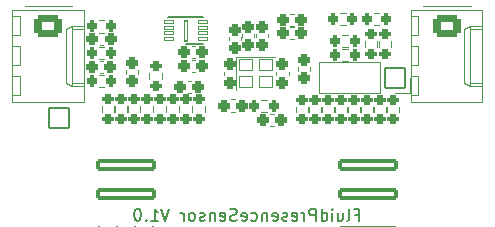
<source format=gbo>
G04 #@! TF.GenerationSoftware,KiCad,Pcbnew,(6.0.7)*
G04 #@! TF.CreationDate,2022-10-27T11:39:27+02:00*
G04 #@! TF.ProjectId,FluidPresenceSensor,466c7569-6450-4726-9573-656e63655365,rev?*
G04 #@! TF.SameCoordinates,Original*
G04 #@! TF.FileFunction,Legend,Bot*
G04 #@! TF.FilePolarity,Positive*
%FSLAX46Y46*%
G04 Gerber Fmt 4.6, Leading zero omitted, Abs format (unit mm)*
G04 Created by KiCad (PCBNEW (6.0.7)) date 2022-10-27 11:39:27*
%MOMM*%
%LPD*%
G01*
G04 APERTURE LIST*
G04 Aperture macros list*
%AMRoundRect*
0 Rectangle with rounded corners*
0 $1 Rounding radius*
0 $2 $3 $4 $5 $6 $7 $8 $9 X,Y pos of 4 corners*
0 Add a 4 corners polygon primitive as box body*
4,1,4,$2,$3,$4,$5,$6,$7,$8,$9,$2,$3,0*
0 Add four circle primitives for the rounded corners*
1,1,$1+$1,$2,$3*
1,1,$1+$1,$4,$5*
1,1,$1+$1,$6,$7*
1,1,$1+$1,$8,$9*
0 Add four rect primitives between the rounded corners*
20,1,$1+$1,$2,$3,$4,$5,0*
20,1,$1+$1,$4,$5,$6,$7,0*
20,1,$1+$1,$6,$7,$8,$9,0*
20,1,$1+$1,$8,$9,$2,$3,0*%
G04 Aperture macros list end*
%ADD10C,0.150000*%
%ADD11C,0.120000*%
%ADD12O,1.150000X2.000000*%
%ADD13RoundRect,0.050000X-0.850000X0.850000X-0.850000X-0.850000X0.850000X-0.850000X0.850000X0.850000X0*%
%ADD14O,1.800000X1.800000*%
%ADD15C,3.300000*%
%ADD16RoundRect,0.175000X2.375000X0.375000X-2.375000X0.375000X-2.375000X-0.375000X2.375000X-0.375000X0*%
%ADD17RoundRect,0.250000X0.275000X-0.200000X0.275000X0.200000X-0.275000X0.200000X-0.275000X-0.200000X0*%
%ADD18RoundRect,0.175000X-0.125000X-0.375000X0.125000X-0.375000X0.125000X0.375000X-0.125000X0.375000X0*%
%ADD19RoundRect,0.250000X-0.275000X0.200000X-0.275000X-0.200000X0.275000X-0.200000X0.275000X0.200000X0*%
%ADD20RoundRect,0.275000X-0.250000X0.225000X-0.250000X-0.225000X0.250000X-0.225000X0.250000X0.225000X0*%
%ADD21RoundRect,0.050000X-0.575000X-0.500000X0.575000X-0.500000X0.575000X0.500000X-0.575000X0.500000X0*%
%ADD22RoundRect,0.275000X0.225000X0.250000X-0.225000X0.250000X-0.225000X-0.250000X0.225000X-0.250000X0*%
%ADD23RoundRect,0.175000X0.125000X0.375000X-0.125000X0.375000X-0.125000X-0.375000X0.125000X-0.375000X0*%
%ADD24RoundRect,0.275000X-0.225000X-0.250000X0.225000X-0.250000X0.225000X0.250000X-0.225000X0.250000X0*%
%ADD25RoundRect,0.250000X-0.200000X-0.275000X0.200000X-0.275000X0.200000X0.275000X-0.200000X0.275000X0*%
%ADD26RoundRect,0.275000X0.250000X-0.225000X0.250000X0.225000X-0.250000X0.225000X-0.250000X-0.225000X0*%
%ADD27RoundRect,0.250000X0.200000X0.275000X-0.200000X0.275000X-0.200000X-0.275000X0.200000X-0.275000X0*%
%ADD28RoundRect,0.300000X-0.845000X0.620000X-0.845000X-0.620000X0.845000X-0.620000X0.845000X0.620000X0*%
%ADD29O,2.290000X1.840000*%
%ADD30RoundRect,0.050000X-0.375000X-0.150000X0.375000X-0.150000X0.375000X0.150000X-0.375000X0.150000X0*%
%ADD31RoundRect,0.050000X-0.150000X-0.850000X0.150000X-0.850000X0.150000X0.850000X-0.150000X0.850000X0*%
%ADD32RoundRect,0.050000X0.850000X-0.850000X0.850000X0.850000X-0.850000X0.850000X-0.850000X-0.850000X0*%
G04 APERTURE END LIST*
D10*
X104166666Y-47328571D02*
X104500000Y-47328571D01*
X104500000Y-47852380D02*
X104500000Y-46852380D01*
X104023809Y-46852380D01*
X103500000Y-47852380D02*
X103595238Y-47804761D01*
X103642857Y-47709523D01*
X103642857Y-46852380D01*
X102690476Y-47185714D02*
X102690476Y-47852380D01*
X103119047Y-47185714D02*
X103119047Y-47709523D01*
X103071428Y-47804761D01*
X102976190Y-47852380D01*
X102833333Y-47852380D01*
X102738095Y-47804761D01*
X102690476Y-47757142D01*
X102214285Y-47852380D02*
X102214285Y-47185714D01*
X102214285Y-46852380D02*
X102261904Y-46900000D01*
X102214285Y-46947619D01*
X102166666Y-46900000D01*
X102214285Y-46852380D01*
X102214285Y-46947619D01*
X101309523Y-47852380D02*
X101309523Y-46852380D01*
X101309523Y-47804761D02*
X101404761Y-47852380D01*
X101595238Y-47852380D01*
X101690476Y-47804761D01*
X101738095Y-47757142D01*
X101785714Y-47661904D01*
X101785714Y-47376190D01*
X101738095Y-47280952D01*
X101690476Y-47233333D01*
X101595238Y-47185714D01*
X101404761Y-47185714D01*
X101309523Y-47233333D01*
X100833333Y-47852380D02*
X100833333Y-46852380D01*
X100452380Y-46852380D01*
X100357142Y-46900000D01*
X100309523Y-46947619D01*
X100261904Y-47042857D01*
X100261904Y-47185714D01*
X100309523Y-47280952D01*
X100357142Y-47328571D01*
X100452380Y-47376190D01*
X100833333Y-47376190D01*
X99833333Y-47852380D02*
X99833333Y-47185714D01*
X99833333Y-47376190D02*
X99785714Y-47280952D01*
X99738095Y-47233333D01*
X99642857Y-47185714D01*
X99547619Y-47185714D01*
X98833333Y-47804761D02*
X98928571Y-47852380D01*
X99119047Y-47852380D01*
X99214285Y-47804761D01*
X99261904Y-47709523D01*
X99261904Y-47328571D01*
X99214285Y-47233333D01*
X99119047Y-47185714D01*
X98928571Y-47185714D01*
X98833333Y-47233333D01*
X98785714Y-47328571D01*
X98785714Y-47423809D01*
X99261904Y-47519047D01*
X98404761Y-47804761D02*
X98309523Y-47852380D01*
X98119047Y-47852380D01*
X98023809Y-47804761D01*
X97976190Y-47709523D01*
X97976190Y-47661904D01*
X98023809Y-47566666D01*
X98119047Y-47519047D01*
X98261904Y-47519047D01*
X98357142Y-47471428D01*
X98404761Y-47376190D01*
X98404761Y-47328571D01*
X98357142Y-47233333D01*
X98261904Y-47185714D01*
X98119047Y-47185714D01*
X98023809Y-47233333D01*
X97166666Y-47804761D02*
X97261904Y-47852380D01*
X97452380Y-47852380D01*
X97547619Y-47804761D01*
X97595238Y-47709523D01*
X97595238Y-47328571D01*
X97547619Y-47233333D01*
X97452380Y-47185714D01*
X97261904Y-47185714D01*
X97166666Y-47233333D01*
X97119047Y-47328571D01*
X97119047Y-47423809D01*
X97595238Y-47519047D01*
X96690476Y-47185714D02*
X96690476Y-47852380D01*
X96690476Y-47280952D02*
X96642857Y-47233333D01*
X96547619Y-47185714D01*
X96404761Y-47185714D01*
X96309523Y-47233333D01*
X96261904Y-47328571D01*
X96261904Y-47852380D01*
X95357142Y-47804761D02*
X95452380Y-47852380D01*
X95642857Y-47852380D01*
X95738095Y-47804761D01*
X95785714Y-47757142D01*
X95833333Y-47661904D01*
X95833333Y-47376190D01*
X95785714Y-47280952D01*
X95738095Y-47233333D01*
X95642857Y-47185714D01*
X95452380Y-47185714D01*
X95357142Y-47233333D01*
X94547619Y-47804761D02*
X94642857Y-47852380D01*
X94833333Y-47852380D01*
X94928571Y-47804761D01*
X94976190Y-47709523D01*
X94976190Y-47328571D01*
X94928571Y-47233333D01*
X94833333Y-47185714D01*
X94642857Y-47185714D01*
X94547619Y-47233333D01*
X94500000Y-47328571D01*
X94500000Y-47423809D01*
X94976190Y-47519047D01*
X94119047Y-47804761D02*
X93976190Y-47852380D01*
X93738095Y-47852380D01*
X93642857Y-47804761D01*
X93595238Y-47757142D01*
X93547619Y-47661904D01*
X93547619Y-47566666D01*
X93595238Y-47471428D01*
X93642857Y-47423809D01*
X93738095Y-47376190D01*
X93928571Y-47328571D01*
X94023809Y-47280952D01*
X94071428Y-47233333D01*
X94119047Y-47138095D01*
X94119047Y-47042857D01*
X94071428Y-46947619D01*
X94023809Y-46900000D01*
X93928571Y-46852380D01*
X93690476Y-46852380D01*
X93547619Y-46900000D01*
X92738095Y-47804761D02*
X92833333Y-47852380D01*
X93023809Y-47852380D01*
X93119047Y-47804761D01*
X93166666Y-47709523D01*
X93166666Y-47328571D01*
X93119047Y-47233333D01*
X93023809Y-47185714D01*
X92833333Y-47185714D01*
X92738095Y-47233333D01*
X92690476Y-47328571D01*
X92690476Y-47423809D01*
X93166666Y-47519047D01*
X92261904Y-47185714D02*
X92261904Y-47852380D01*
X92261904Y-47280952D02*
X92214285Y-47233333D01*
X92119047Y-47185714D01*
X91976190Y-47185714D01*
X91880952Y-47233333D01*
X91833333Y-47328571D01*
X91833333Y-47852380D01*
X91404761Y-47804761D02*
X91309523Y-47852380D01*
X91119047Y-47852380D01*
X91023809Y-47804761D01*
X90976190Y-47709523D01*
X90976190Y-47661904D01*
X91023809Y-47566666D01*
X91119047Y-47519047D01*
X91261904Y-47519047D01*
X91357142Y-47471428D01*
X91404761Y-47376190D01*
X91404761Y-47328571D01*
X91357142Y-47233333D01*
X91261904Y-47185714D01*
X91119047Y-47185714D01*
X91023809Y-47233333D01*
X90404761Y-47852380D02*
X90500000Y-47804761D01*
X90547619Y-47757142D01*
X90595238Y-47661904D01*
X90595238Y-47376190D01*
X90547619Y-47280952D01*
X90500000Y-47233333D01*
X90404761Y-47185714D01*
X90261904Y-47185714D01*
X90166666Y-47233333D01*
X90119047Y-47280952D01*
X90071428Y-47376190D01*
X90071428Y-47661904D01*
X90119047Y-47757142D01*
X90166666Y-47804761D01*
X90261904Y-47852380D01*
X90404761Y-47852380D01*
X89642857Y-47852380D02*
X89642857Y-47185714D01*
X89642857Y-47376190D02*
X89595238Y-47280952D01*
X89547619Y-47233333D01*
X89452380Y-47185714D01*
X89357142Y-47185714D01*
X88404761Y-46852380D02*
X88071428Y-47852380D01*
X87738095Y-46852380D01*
X86880952Y-47852380D02*
X87452380Y-47852380D01*
X87166666Y-47852380D02*
X87166666Y-46852380D01*
X87261904Y-46995238D01*
X87357142Y-47090476D01*
X87452380Y-47138095D01*
X86452380Y-47757142D02*
X86404761Y-47804761D01*
X86452380Y-47852380D01*
X86500000Y-47804761D01*
X86452380Y-47757142D01*
X86452380Y-47852380D01*
X85785714Y-46852380D02*
X85690476Y-46852380D01*
X85595238Y-46900000D01*
X85547619Y-46947619D01*
X85500000Y-47042857D01*
X85452380Y-47233333D01*
X85452380Y-47471428D01*
X85500000Y-47661904D01*
X85547619Y-47757142D01*
X85595238Y-47804761D01*
X85690476Y-47852380D01*
X85785714Y-47852380D01*
X85880952Y-47804761D01*
X85928571Y-47757142D01*
X85976190Y-47661904D01*
X86023809Y-47471428D01*
X86023809Y-47233333D01*
X85976190Y-47042857D01*
X85928571Y-46947619D01*
X85880952Y-46900000D01*
X85785714Y-46852380D01*
D11*
X88122500Y-38637258D02*
X88122500Y-38162742D01*
X87077500Y-38637258D02*
X87077500Y-38162742D01*
X106827500Y-38687258D02*
X106827500Y-38212742D01*
X107872500Y-38687258D02*
X107872500Y-38212742D01*
X106177500Y-32662742D02*
X106177500Y-33137258D01*
X107222500Y-32662742D02*
X107222500Y-33137258D01*
X94590000Y-32059420D02*
X94590000Y-32340580D01*
X95610000Y-32059420D02*
X95610000Y-32340580D01*
X101327500Y-38687258D02*
X101327500Y-38212742D01*
X102372500Y-38687258D02*
X102372500Y-38212742D01*
X102427500Y-38687258D02*
X102427500Y-38212742D01*
X103472500Y-38687258D02*
X103472500Y-38212742D01*
X94100000Y-36800000D02*
X94100000Y-34000000D01*
X94100000Y-34000000D02*
X97400000Y-34000000D01*
X90590580Y-33090000D02*
X90309420Y-33090000D01*
X90590580Y-34110000D02*
X90309420Y-34110000D01*
X83777500Y-38637258D02*
X83777500Y-38162742D01*
X84822500Y-38637258D02*
X84822500Y-38162742D01*
X84765000Y-35109420D02*
X84765000Y-35390580D01*
X85785000Y-35109420D02*
X85785000Y-35390580D01*
X96760000Y-32059420D02*
X96760000Y-32340580D01*
X95740000Y-32059420D02*
X95740000Y-32340580D01*
X104627500Y-38687258D02*
X104627500Y-38212742D01*
X105672500Y-38687258D02*
X105672500Y-38212742D01*
X98659420Y-31360000D02*
X98940580Y-31360000D01*
X98659420Y-30340000D02*
X98940580Y-30340000D01*
X82437742Y-33127500D02*
X82912258Y-33127500D01*
X82437742Y-34172500D02*
X82912258Y-34172500D01*
X82790580Y-34340000D02*
X82509420Y-34340000D01*
X82790580Y-35360000D02*
X82509420Y-35360000D01*
X98510000Y-35540580D02*
X98510000Y-35259420D01*
X97490000Y-35540580D02*
X97490000Y-35259420D01*
X105727500Y-38687258D02*
X105727500Y-38212742D01*
X106772500Y-38687258D02*
X106772500Y-38212742D01*
X103337258Y-31322500D02*
X102862742Y-31322500D01*
X103337258Y-30277500D02*
X102862742Y-30277500D01*
X82534420Y-31990000D02*
X82815580Y-31990000D01*
X82534420Y-33010000D02*
X82815580Y-33010000D01*
X91422500Y-38637258D02*
X91422500Y-38162742D01*
X90377500Y-38637258D02*
X90377500Y-38162742D01*
X85922500Y-38637258D02*
X85922500Y-38162742D01*
X84877500Y-38637258D02*
X84877500Y-38162742D01*
X106022500Y-32662742D02*
X106022500Y-33137258D01*
X104977500Y-32662742D02*
X104977500Y-33137258D01*
X82912258Y-31922500D02*
X82437742Y-31922500D01*
X82912258Y-30877500D02*
X82437742Y-30877500D01*
X103537258Y-34322500D02*
X103062742Y-34322500D01*
X103537258Y-33277500D02*
X103062742Y-33277500D01*
X96959420Y-39860000D02*
X97240580Y-39860000D01*
X96959420Y-38840000D02*
X97240580Y-38840000D01*
X100227500Y-38687258D02*
X100227500Y-38212742D01*
X101272500Y-38687258D02*
X101272500Y-38212742D01*
X96212742Y-38672500D02*
X96687258Y-38672500D01*
X96212742Y-37627500D02*
X96687258Y-37627500D01*
X109920000Y-29690000D02*
X113920000Y-29690000D01*
X108890000Y-37820000D02*
X108890000Y-29980000D01*
X109490000Y-30560000D02*
X109490000Y-32160000D01*
X114910000Y-37820000D02*
X108890000Y-37820000D01*
X109490000Y-32160000D02*
X108890000Y-32160000D01*
X108890000Y-33100000D02*
X109490000Y-33100000D01*
X114910000Y-31360000D02*
X113910000Y-31360000D01*
X109490000Y-34700000D02*
X108890000Y-34700000D01*
X114910000Y-36190000D02*
X113910000Y-36190000D01*
X108890000Y-35640000D02*
X109490000Y-35640000D01*
X109490000Y-35640000D02*
X109490000Y-37240000D01*
X108890000Y-29980000D02*
X114910000Y-29980000D01*
X113910000Y-31360000D02*
X113910000Y-36440000D01*
X113380000Y-36190000D02*
X113910000Y-36440000D01*
X113910000Y-31360000D02*
X113380000Y-31610000D01*
X114910000Y-29980000D02*
X114910000Y-37820000D01*
X113380000Y-31610000D02*
X113380000Y-36190000D01*
X109490000Y-33100000D02*
X109490000Y-34700000D01*
X109490000Y-37240000D02*
X108890000Y-37240000D01*
X113910000Y-36440000D02*
X114910000Y-36440000D01*
X108890000Y-30560000D02*
X109490000Y-30560000D01*
X114910000Y-31610000D02*
X113910000Y-31610000D01*
X103537258Y-33172500D02*
X103062742Y-33172500D01*
X103537258Y-32127500D02*
X103062742Y-32127500D01*
D10*
X88300000Y-30625000D02*
X91300000Y-30625000D01*
X89800000Y-32875000D02*
X91300000Y-32875000D01*
D11*
X106187258Y-30277500D02*
X105712742Y-30277500D01*
X106187258Y-31322500D02*
X105712742Y-31322500D01*
X82677500Y-38637258D02*
X82677500Y-38162742D01*
X83722500Y-38637258D02*
X83722500Y-38162742D01*
X106230000Y-37080000D02*
X106230000Y-34420000D01*
X101090000Y-37080000D02*
X101090000Y-34420000D01*
X108830000Y-37080000D02*
X108830000Y-35750000D01*
X106230000Y-37080000D02*
X101090000Y-37080000D01*
X106230000Y-34420000D02*
X101090000Y-34420000D01*
X107500000Y-37080000D02*
X108830000Y-37080000D01*
X103527500Y-38687258D02*
X103527500Y-38212742D01*
X104572500Y-38687258D02*
X104572500Y-38212742D01*
X87772500Y-35362742D02*
X87772500Y-35837258D01*
X86727500Y-35362742D02*
X86727500Y-35837258D01*
X90240580Y-37010000D02*
X89959420Y-37010000D01*
X90240580Y-35990000D02*
X89959420Y-35990000D01*
X99127500Y-38687258D02*
X99127500Y-38212742D01*
X100172500Y-38687258D02*
X100172500Y-38212742D01*
X75740000Y-37240000D02*
X75140000Y-37240000D01*
X81160000Y-29980000D02*
X81160000Y-37820000D01*
X80160000Y-31360000D02*
X79630000Y-31610000D01*
X75740000Y-33100000D02*
X75740000Y-34700000D01*
X76170000Y-29690000D02*
X80170000Y-29690000D01*
X75740000Y-32160000D02*
X75140000Y-32160000D01*
X81160000Y-31360000D02*
X80160000Y-31360000D01*
X81160000Y-37820000D02*
X75140000Y-37820000D01*
X79630000Y-36190000D02*
X80160000Y-36440000D01*
X81160000Y-36190000D02*
X80160000Y-36190000D01*
X80160000Y-36440000D02*
X81160000Y-36440000D01*
X75740000Y-35640000D02*
X75740000Y-37240000D01*
X75140000Y-37820000D02*
X75140000Y-29980000D01*
X81160000Y-31610000D02*
X80160000Y-31610000D01*
X75140000Y-33100000D02*
X75740000Y-33100000D01*
X75140000Y-30560000D02*
X75740000Y-30560000D01*
X75740000Y-34700000D02*
X75140000Y-34700000D01*
X75740000Y-30560000D02*
X75740000Y-32160000D01*
X79630000Y-31610000D02*
X79630000Y-36190000D01*
X75140000Y-29980000D02*
X81160000Y-29980000D01*
X75140000Y-35640000D02*
X75740000Y-35640000D01*
X80160000Y-31360000D02*
X80160000Y-36440000D01*
X98659420Y-31490000D02*
X98940580Y-31490000D01*
X98659420Y-32510000D02*
X98940580Y-32510000D01*
X87022500Y-38637258D02*
X87022500Y-38162742D01*
X85977500Y-38637258D02*
X85977500Y-38162742D01*
X89277500Y-38637258D02*
X89277500Y-38162742D01*
X90322500Y-38637258D02*
X90322500Y-38162742D01*
X93440000Y-32309420D02*
X93440000Y-32590580D01*
X94460000Y-32309420D02*
X94460000Y-32590580D01*
X93040000Y-35259420D02*
X93040000Y-35540580D01*
X94060000Y-35259420D02*
X94060000Y-35540580D01*
X88177500Y-38637258D02*
X88177500Y-38162742D01*
X89222500Y-38637258D02*
X89222500Y-38162742D01*
X82437742Y-36522500D02*
X82912258Y-36522500D01*
X82437742Y-35477500D02*
X82912258Y-35477500D01*
X99290000Y-35140580D02*
X99290000Y-34859420D01*
X100310000Y-35140580D02*
X100310000Y-34859420D01*
X93940580Y-38610000D02*
X93659420Y-38610000D01*
X93940580Y-37590000D02*
X93659420Y-37590000D01*
X90590580Y-34240000D02*
X90309420Y-34240000D01*
X90590580Y-35260000D02*
X90309420Y-35260000D01*
%LPC*%
D12*
X108075000Y-31250000D03*
X100925000Y-31250000D03*
D13*
X79050000Y-39175000D03*
D14*
X76510000Y-39175000D03*
D15*
X78500000Y-89500000D03*
X111500000Y-43500000D03*
X111500000Y-89500000D03*
X78500000Y-43500000D03*
D16*
X105250000Y-91200000D03*
D17*
X87600000Y-39225000D03*
X87600000Y-37575000D03*
X107350000Y-39275000D03*
X107350000Y-37625000D03*
D18*
X106000000Y-88700000D03*
D19*
X106700000Y-32075000D03*
X106700000Y-33725000D03*
D20*
X95100000Y-31425000D03*
X95100000Y-32975000D03*
D17*
X101850000Y-39275000D03*
X101850000Y-37625000D03*
X102950000Y-39275000D03*
X102950000Y-37625000D03*
D18*
X106000000Y-77300000D03*
X104550000Y-54500000D03*
D16*
X84750000Y-85500000D03*
D21*
X94875000Y-34700000D03*
X96625000Y-34700000D03*
X96625000Y-36100000D03*
X94875000Y-36100000D03*
D22*
X91225000Y-33600000D03*
X89675000Y-33600000D03*
D23*
X84000000Y-71600000D03*
X103000000Y-88700000D03*
D17*
X84300000Y-39225000D03*
X84300000Y-37575000D03*
D16*
X84750000Y-68400000D03*
D20*
X85275000Y-34475000D03*
X85275000Y-36025000D03*
X96250000Y-31425000D03*
X96250000Y-32975000D03*
D23*
X87000000Y-48800000D03*
D17*
X105150000Y-39275000D03*
X105150000Y-37625000D03*
D24*
X98025000Y-30850000D03*
X99575000Y-30850000D03*
D25*
X81850000Y-33650000D03*
X83500000Y-33650000D03*
D22*
X83425000Y-34850000D03*
X81875000Y-34850000D03*
D16*
X84750000Y-91200000D03*
D23*
X82500000Y-48800000D03*
X107500000Y-77300000D03*
D16*
X105250000Y-85500000D03*
D26*
X98000000Y-36175000D03*
X98000000Y-34625000D03*
D16*
X105250000Y-62700000D03*
D23*
X84000000Y-83000000D03*
D17*
X106250000Y-39275000D03*
X106250000Y-37625000D03*
D16*
X105250000Y-48800000D03*
X105250000Y-74100000D03*
X105250000Y-43100000D03*
X84750000Y-57000000D03*
D27*
X103925000Y-30800000D03*
X102275000Y-30800000D03*
D23*
X82500000Y-83000000D03*
D16*
X84750000Y-74100000D03*
X84750000Y-88700000D03*
D18*
X104500000Y-77300000D03*
D23*
X84000000Y-60200000D03*
D24*
X81900000Y-32500000D03*
X83450000Y-32500000D03*
D16*
X105250000Y-51300000D03*
D17*
X90900000Y-39225000D03*
X90900000Y-37575000D03*
D23*
X87000000Y-71600000D03*
D16*
X84750000Y-77300000D03*
D23*
X84000000Y-48800000D03*
D16*
X105250000Y-45600000D03*
D17*
X85400000Y-39225000D03*
X85400000Y-37575000D03*
D19*
X105500000Y-32075000D03*
X105500000Y-33725000D03*
D16*
X105250000Y-57000000D03*
D23*
X85500000Y-60200000D03*
D27*
X83500000Y-31400000D03*
X81850000Y-31400000D03*
X104125000Y-33800000D03*
X102475000Y-33800000D03*
D18*
X104500000Y-65900000D03*
D24*
X96325000Y-39350000D03*
X97875000Y-39350000D03*
D23*
X103000000Y-65900000D03*
X107500000Y-65900000D03*
D17*
X100750000Y-39275000D03*
X100750000Y-37625000D03*
D16*
X105250000Y-71600000D03*
D23*
X85500000Y-83000000D03*
D25*
X95625000Y-38150000D03*
X97275000Y-38150000D03*
D28*
X111920000Y-31360000D03*
D29*
X111920000Y-33900000D03*
X111920000Y-36440000D03*
D16*
X84750000Y-54500000D03*
D27*
X104125000Y-32650000D03*
X102475000Y-32650000D03*
D23*
X82500000Y-71600000D03*
D30*
X88350000Y-32500000D03*
X88350000Y-32000000D03*
X88350000Y-31500000D03*
X88350000Y-31000000D03*
X91250000Y-31000000D03*
X91250000Y-31500000D03*
X91250000Y-32000000D03*
X91250000Y-32500000D03*
D31*
X89800000Y-31750000D03*
D27*
X106775000Y-30800000D03*
X105125000Y-30800000D03*
D17*
X83200000Y-39225000D03*
X83200000Y-37575000D03*
D32*
X107500000Y-35750000D03*
D14*
X104960000Y-35750000D03*
X102420000Y-35750000D03*
D17*
X104050000Y-39275000D03*
X104050000Y-37625000D03*
D18*
X104500000Y-88700000D03*
D19*
X87250000Y-34775000D03*
X87250000Y-36425000D03*
D16*
X105250000Y-68400000D03*
X84750000Y-43100000D03*
D22*
X90875000Y-36500000D03*
X89325000Y-36500000D03*
D16*
X84750000Y-79800000D03*
D18*
X106050000Y-54500000D03*
X106000000Y-65900000D03*
D17*
X99650000Y-39275000D03*
X99650000Y-37625000D03*
D28*
X78170000Y-31360000D03*
D29*
X78170000Y-33900000D03*
X78170000Y-36440000D03*
D16*
X84750000Y-45600000D03*
D24*
X98025000Y-32000000D03*
X99575000Y-32000000D03*
D17*
X86500000Y-39225000D03*
X86500000Y-37575000D03*
X89800000Y-39225000D03*
X89800000Y-37575000D03*
D20*
X93950000Y-31675000D03*
X93950000Y-33225000D03*
D23*
X85500000Y-71600000D03*
D20*
X93550000Y-34625000D03*
X93550000Y-36175000D03*
D17*
X88700000Y-39225000D03*
X88700000Y-37575000D03*
D16*
X105250000Y-60200000D03*
D25*
X81850000Y-36000000D03*
X83500000Y-36000000D03*
D23*
X82500000Y-60200000D03*
D16*
X105250000Y-79800000D03*
X84750000Y-65900000D03*
X84750000Y-51300000D03*
D26*
X99800000Y-35775000D03*
X99800000Y-34225000D03*
D23*
X103050000Y-54500000D03*
X87000000Y-83000000D03*
X107500000Y-88700000D03*
D22*
X94575000Y-38100000D03*
X93025000Y-38100000D03*
D23*
X87000000Y-60200000D03*
D22*
X91225000Y-34750000D03*
X89675000Y-34750000D03*
D23*
X103000000Y-77300000D03*
X107550000Y-54500000D03*
D16*
X84750000Y-62700000D03*
X105250000Y-83000000D03*
D23*
X85500000Y-48800000D03*
M02*

</source>
